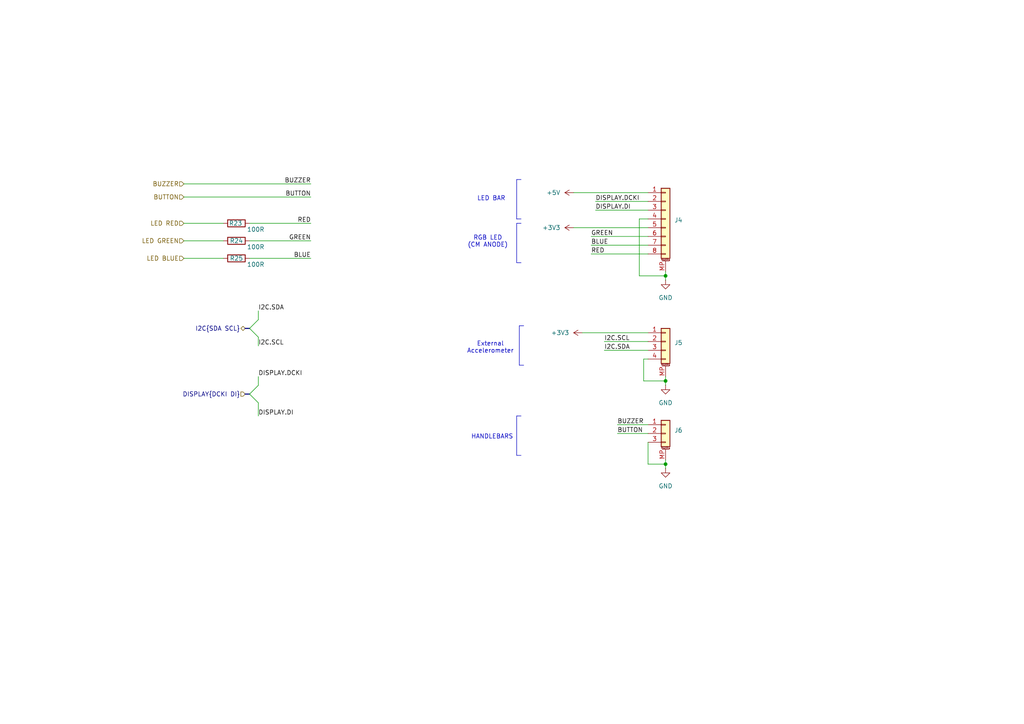
<source format=kicad_sch>
(kicad_sch (version 20250114) (generator "eeschema") (generator_version "9.0")
  (paper "A4")
  (title_block (title "Control Connector") (date "2024-12-15") (rev "1.0"))
  (lib_symbols
    (symbol "Connector_Generic_MountingPin:Conn_01x03_MountingPin" (pin_names (offset 1.016) (hide yes))
      (property "Reference" "J" (at 0 5.08 0))
      (property "Value" "Conn_01x03_MountingPin" (at 1.27 -5.08 0))
      (symbol "Conn_01x03_MountingPin_1_1"
        (rectangle (start -1.27 3.81) (end 1.27 -3.81) (stroke (width 0.254)) (fill (type background)))
        (rectangle (start -1.27 2.667) (end 0 2.413) (stroke (width 0.1524)))
        (rectangle (start -1.27 0.127) (end 0 -0.127) (stroke (width 0.1524)))
        (rectangle (start -1.27 -2.413) (end 0 -2.667) (stroke (width 0.1524)))
        (polyline (pts (xy -1.016 -4.572) (xy 1.016 -4.572)) (stroke (width 0.1524)))
        (text "Mounting" (at 0 -4.191 0) (effects (font (size 0.381 0.381))))
        (pin passive line (at -5.08 2.54 0) (length 3.81) (name "Pin_1") (number "1"))
        (pin passive line (at -5.08 0 0) (length 3.81) (name "Pin_2") (number "2"))
        (pin passive line (at -5.08 -2.54 0) (length 3.81) (name "Pin_3") (number "3"))
        (pin passive line (at 0 -7.62 90) (length 3.048) (name "MountPin") (number "MP"))
      )
    )
    (symbol "Connector_Generic_MountingPin:Conn_01x04_MountingPin" (pin_names (offset 1.016) (hide yes))
      (property "Reference" "J" (at 0 5.08 0))
      (property "Value" "Conn_01x04_MountingPin" (at 1.27 -7.62 0))
      (symbol "Conn_01x04_MountingPin_1_1"
        (rectangle (start -1.27 3.81) (end 1.27 -6.35) (stroke (width 0.254)) (fill (type background)))
        (rectangle (start -1.27 2.667) (end 0 2.413) (stroke (width 0.1524)))
        (rectangle (start -1.27 0.127) (end 0 -0.127) (stroke (width 0.1524)))
        (rectangle (start -1.27 -2.413) (end 0 -2.667) (stroke (width 0.1524)))
        (rectangle (start -1.27 -4.953) (end 0 -5.207) (stroke (width 0.1524)))
        (polyline (pts (xy -1.016 -7.112) (xy 1.016 -7.112)) (stroke (width 0.1524)))
        (text "Mounting" (at 0 -6.731 0) (effects (font (size 0.381 0.381))))
        (pin passive line (at -5.08 2.54 0) (length 3.81) (name "Pin_1") (number "1"))
        (pin passive line (at -5.08 0 0) (length 3.81) (name "Pin_2") (number "2"))
        (pin passive line (at -5.08 -2.54 0) (length 3.81) (name "Pin_3") (number "3"))
        (pin passive line (at -5.08 -5.08 0) (length 3.81) (name "Pin_4") (number "4"))
        (pin passive line (at 0 -10.16 90) (length 3.048) (name "MountPin") (number "MP"))
      )
    )
    (symbol "Connector_Generic_MountingPin:Conn_01x08_MountingPin" (pin_names (offset 1.016) (hide yes))
      (property "Reference" "J" (at 0 10.16 0))
      (property "Value" "Conn_01x08_MountingPin" (at 1.27 -12.7 0))
      (symbol "Conn_01x08_MountingPin_1_1"
        (rectangle (start -1.27 8.89) (end 1.27 -11.43) (stroke (width 0.254)) (fill (type background)))
        (rectangle (start -1.27 7.747) (end 0 7.493) (stroke (width 0.1524)))
        (rectangle (start -1.27 5.207) (end 0 4.953) (stroke (width 0.1524)))
        (rectangle (start -1.27 2.667) (end 0 2.413) (stroke (width 0.1524)))
        (rectangle (start -1.27 0.127) (end 0 -0.127) (stroke (width 0.1524)))
        (rectangle (start -1.27 -2.413) (end 0 -2.667) (stroke (width 0.1524)))
        (rectangle (start -1.27 -4.953) (end 0 -5.207) (stroke (width 0.1524)))
        (rectangle (start -1.27 -7.493) (end 0 -7.747) (stroke (width 0.1524)))
        (rectangle (start -1.27 -10.033) (end 0 -10.287) (stroke (width 0.1524)))
        (polyline (pts (xy -1.016 -12.192) (xy 1.016 -12.192)) (stroke (width 0.1524)))
        (text "Mounting" (at 0 -11.811 0) (effects (font (size 0.381 0.381))))
        (pin passive line (at -5.08 7.62 0) (length 3.81) (name "Pin_1") (number "1"))
        (pin passive line (at -5.08 5.08 0) (length 3.81) (name "Pin_2") (number "2"))
        (pin passive line (at -5.08 2.54 0) (length 3.81) (name "Pin_3") (number "3"))
        (pin passive line (at -5.08 0 0) (length 3.81) (name "Pin_4") (number "4"))
        (pin passive line (at -5.08 -2.54 0) (length 3.81) (name "Pin_5") (number "5"))
        (pin passive line (at -5.08 -5.08 0) (length 3.81) (name "Pin_6") (number "6"))
        (pin passive line (at -5.08 -7.62 0) (length 3.81) (name "Pin_7") (number "7"))
        (pin passive line (at -5.08 -10.16 0) (length 3.81) (name "Pin_8") (number "8"))
        (pin passive line (at 0 -15.24 90) (length 3.048) (name "MountPin") (number "MP"))
      )
    )
    (symbol "Device:R" (pin_numbers (hide yes)) (pin_names (offset 0))
      (property "Reference" "R" (at 2.032 0 90))
      (property "Value" "R" (at 0 0 90))
      (symbol "R_0_1"
        (rectangle (start -1.016 -2.54) (end 1.016 2.54) (stroke (width 0.254)))
      )
      (symbol "R_1_1"
        (pin passive line (at 0 3.81 270) (length 1.27) (name "~") (number "1"))
        (pin passive line (at 0 -3.81 90) (length 1.27) (name "~") (number "2"))
      )
    )
    (symbol "power:+3V3" (power) (pin_numbers (hide yes)) (pin_names (offset 0) (hide yes))
      (property "Value" "+3V3" (at 0 3.556 0))
      (symbol "+3V3_0_1"
        (polyline (pts (xy -0.762 1.27) (xy 0 2.54)))
        (polyline (pts (xy 0 2.54) (xy 0.762 1.27)))
        (polyline (pts (xy 0 0) (xy 0 2.54)))
      )
      (symbol "+3V3_1_1"
        (pin power_in line (at 0 0 90) (length 0) (name "~") (number "1"))
      )
    )
    (symbol "power:+5V" (power) (pin_numbers (hide yes)) (pin_names (offset 0) (hide yes))
      (property "Value" "+5V" (at 0 3.556 0))
      (symbol "+5V_0_1"
        (polyline (pts (xy -0.762 1.27) (xy 0 2.54)))
        (polyline (pts (xy 0 2.54) (xy 0.762 1.27)))
        (polyline (pts (xy 0 0) (xy 0 2.54)))
      )
      (symbol "+5V_1_1"
        (pin power_in line (at 0 0 90) (length 0) (name "~") (number "1"))
      )
    )
    (symbol "power:GND" (power) (pin_numbers (hide yes)) (pin_names (offset 0) (hide yes))
      (property "Value" "GND" (at 0 -3.81 0))
      (symbol "GND_0_1"
        (polyline (pts (xy 0 0) (xy 0 -1.27) (xy 1.27 -1.27) (xy 0 -2.54) (xy -1.27 -1.27) (xy 0 -1.27)))
      )
      (symbol "GND_1_1"
        (pin power_in line (at 0 0 270) (length 0) (name "~") (number "1"))
      )
    )
  )
  (text "RGB LED\n(CM ANODE)\n" (at 141.478 70.104 0) (effects (font (size 1.27 1.27))))
  (text "External\nAccelerometer" (at 142.24 100.838 0) (effects (font (size 1.27 1.27))))
  (text "HANDLEBARS" (at 142.748 126.746 0) (effects (font (size 1.27 1.27))))
  (text "LED BAR" (at 142.494 57.658 0) (effects (font (size 1.27 1.27))))
  (junction (at 193.04 110.49))
  (junction (at 193.04 80.01))
  (junction (at 193.04 134.62))
  (bus_entry (at 74.93 97.79) (size -2.54 -2.54))
  (bus_entry (at 72.39 114.3) (size 2.54 -2.54))
  (bus_entry (at 72.39 95.25) (size 2.54 -2.54))
  (bus_entry (at 74.93 116.84) (size -2.54 -2.54))
  (wire (pts (xy 168.91 96.52) (xy 187.96 96.52)))
  (wire (pts (xy 187.96 63.5) (xy 185.42 63.5)))
  (wire (pts (xy 187.96 134.62) (xy 193.04 134.62)))
  (wire (pts (xy 175.26 99.06) (xy 187.96 99.06)))
  (wire (pts (xy 74.93 97.79) (xy 74.93 100.33)))
  (wire (pts (xy 185.42 63.5) (xy 185.42 80.01)))
  (wire (pts (xy 74.93 90.17) (xy 74.93 92.71)))
  (wire (pts (xy 193.04 134.62) (xy 193.04 133.35)))
  (polyline (pts (xy 149.86 64.77) (xy 149.86 76.2)))
  (polyline (pts (xy 149.86 52.07) (xy 149.86 63.5)))
  (wire (pts (xy 53.34 69.85) (xy 64.77 69.85)))
  (polyline (pts (xy 151.892 94.488) (xy 150.622 94.488)))
  (wire (pts (xy 53.34 64.77) (xy 64.77 64.77)))
  (wire (pts (xy 193.04 110.49) (xy 193.04 109.22)))
  (wire (pts (xy 166.37 66.04) (xy 187.96 66.04)))
  (wire (pts (xy 171.45 68.58) (xy 187.96 68.58)))
  (polyline (pts (xy 151.13 52.07) (xy 149.86 52.07)))
  (wire (pts (xy 186.69 110.49) (xy 193.04 110.49)))
  (polyline (pts (xy 150.622 94.488) (xy 150.622 105.918)))
  (polyline (pts (xy 149.86 120.65) (xy 149.86 132.08)))
  (wire (pts (xy 72.39 69.85) (xy 90.17 69.85)))
  (wire (pts (xy 172.72 58.42) (xy 187.96 58.42)))
  (polyline (pts (xy 149.86 63.5) (xy 151.13 63.5)))
  (wire (pts (xy 186.69 104.14) (xy 186.69 110.49)))
  (wire (pts (xy 53.34 74.93) (xy 64.77 74.93)))
  (polyline (pts (xy 151.13 64.77) (xy 149.86 64.77)))
  (wire (pts (xy 187.96 128.27) (xy 187.96 134.62)))
  (wire (pts (xy 179.07 123.19) (xy 187.96 123.19)))
  (polyline (pts (xy 150.622 105.918) (xy 151.892 105.918)))
  (wire (pts (xy 193.04 111.76) (xy 193.04 110.49)))
  (wire (pts (xy 74.93 116.84) (xy 74.93 120.65)))
  (bus (pts (xy 71.12 114.3) (xy 72.39 114.3)))
  (wire (pts (xy 72.39 74.93) (xy 90.17 74.93)))
  (wire (pts (xy 193.04 135.89) (xy 193.04 134.62)))
  (polyline (pts (xy 151.13 120.65) (xy 149.86 120.65)))
  (wire (pts (xy 72.39 64.77) (xy 90.17 64.77)))
  (wire (pts (xy 166.37 55.88) (xy 187.96 55.88)))
  (polyline (pts (xy 149.86 76.2) (xy 151.13 76.2)))
  (wire (pts (xy 53.34 57.15) (xy 90.17 57.15)))
  (polyline (pts (xy 149.86 63.5) (xy 149.86 63.5)))
  (wire (pts (xy 171.45 71.12) (xy 187.96 71.12)))
  (wire (pts (xy 179.07 125.73) (xy 187.96 125.73)))
  (wire (pts (xy 53.34 53.34) (xy 90.17 53.34)))
  (wire (pts (xy 193.04 80.01) (xy 193.04 78.74)))
  (wire (pts (xy 171.45 73.66) (xy 187.96 73.66)))
  (wire (pts (xy 185.42 80.01) (xy 193.04 80.01)))
  (polyline (pts (xy 149.86 132.08) (xy 151.13 132.08)))
  (wire (pts (xy 187.96 104.14) (xy 186.69 104.14)))
  (wire (pts (xy 193.04 81.28) (xy 193.04 80.01)))
  (wire (pts (xy 74.93 109.22) (xy 74.93 111.76)))
  (wire (pts (xy 172.72 60.96) (xy 187.96 60.96)))
  (wire (pts (xy 175.26 101.6) (xy 187.96 101.6)))
  (bus (pts (xy 71.12 95.25) (xy 72.39 95.25)))
  (label "BLUE" (at 90.17 74.93 180))
  (label "BUTTON" (at 90.17 57.15 180))
  (label "DISPLAY.DI" (at 74.93 120.65 0))
  (label "DISPLAY.DCKI" (at 74.93 109.22 0))
  (label "BUTTON" (at 179.07 125.73 0))
  (label "RED" (at 90.17 64.77 180))
  (label "BLUE" (at 171.45 71.12 0))
  (label "I2C.SDA" (at 74.93 90.17 0))
  (label "BUZZER" (at 179.07 123.19 0))
  (label "GREEN" (at 90.17 69.85 180))
  (label "DISPLAY.DCKI" (at 172.72 58.42 0))
  (label "DISPLAY.DI" (at 172.72 60.96 0))
  (label "I2C.SCL" (at 74.93 100.33 0))
  (label "I2C.SCL" (at 175.26 99.06 0))
  (label "I2C.SDA" (at 175.26 101.6 0))
  (label "RED" (at 171.45 73.66 0))
  (label "GREEN" (at 171.45 68.58 0))
  (label "BUZZER" (at 90.17 53.34 180))
  (hierarchical_label "DISPLAY{DCKI DI}" (shape input) (at 71.12 114.3 180))
  (hierarchical_label "LED BLUE" (shape input) (at 53.34 74.93 180))
  (hierarchical_label "BUTTON" (shape input) (at 53.34 57.15 180))
  (hierarchical_label "BUZZER" (shape input) (at 53.34 53.34 180))
  (hierarchical_label "LED GREEN" (shape input) (at 53.34 69.85 180))
  (hierarchical_label "I2C{SDA SCL}" (shape bidirectional) (at 71.12 95.25 180))
  (hierarchical_label "LED RED" (shape input) (at 53.34 64.77 180))
  (symbol (lib_id "Device:R") (at 68.58 64.77 90) (unit 1)
    (property "Reference" "R23" (at 68.326 64.77 90))
    (property "Value" "100R" (at 74.168 66.548 90))
    (property "Footprint" "Resistor_SMD:R_0805_2012Metric_Pad1.20x1.40mm_HandSolder" (effects (hide yes)))
    (property "Description" "Resistor" (effects (hide yes)))
  )
  (symbol (lib_id "power:+3V3") (at 168.91 96.52 90) (unit 1)
    (property "Reference" "#PWR024" (effects (hide yes)))
    (property "Value" "+3V3" (at 165.1 96.5199 90) (effects (justify left)))
    (property "Description" "Power symbol creates a global label with name \"+3V3\"" (effects (hide yes)))
  )
  (symbol (lib_id "Device:R") (at 68.58 69.85 90) (unit 1)
    (property "Reference" "R24" (at 68.58 69.85 90))
    (property "Value" "100R" (at 74.168 71.628 90))
    (property "Footprint" "Resistor_SMD:R_0805_2012Metric_Pad1.20x1.40mm_HandSolder" (effects (hide yes)))
    (property "Description" "Resistor" (effects (hide yes)))
  )
  (symbol (lib_id "Connector_Generic_MountingPin:Conn_01x08_MountingPin") (at 193.04 63.5 0) (unit 1)
    (property "Reference" "J4" (at 195.58 63.8555 0) (effects (justify left)))
    (property "Value" "Conn_01x08_MountingPin" (effects (hide yes)))
    (property "Footprint" "Connector_Molex:Molex_CLIK-Mate_502494-0870_1x08-1MP_P2.00mm_Horizontal" (effects (hide yes)))
    (property "Description" "Generic connectable mounting pin connector, single row, 01x08, script generated (kicad-library-utils/schlib/autogen/connector/)" (effects (hide yes)))
  )
  (symbol (lib_id "power:GND") (at 193.04 111.76 0) (unit 1)
    (property "Reference" "#PWR027" (effects (hide yes)))
    (property "Value" "GND" (at 193.04 116.84 0))
    (property "Description" "Power symbol creates a global label with name \"GND\" , ground" (effects (hide yes)))
  )
  (symbol (lib_id "power:GND") (at 193.04 81.28 0) (unit 1)
    (property "Reference" "#PWR026" (effects (hide yes)))
    (property "Value" "GND" (at 193.04 86.36 0))
    (property "Description" "Power symbol creates a global label with name \"GND\" , ground" (effects (hide yes)))
  )
  (symbol (lib_id "Connector_Generic_MountingPin:Conn_01x03_MountingPin") (at 193.04 125.73 0) (unit 1)
    (property "Reference" "J6" (at 195.58 124.8155 0) (effects (justify left)))
    (property "Value" "Conn_01x03_MountingPin" (effects (hide yes)))
    (property "Footprint" "Connector_Molex:Molex_CLIK-Mate_502494-0370_1x03-1MP_P2.00mm_Horizontal" (effects (hide yes)))
    (property "Description" "Generic connectable mounting pin connector, single row, 01x03, script generated (kicad-library-utils/schlib/autogen/connector/)" (effects (hide yes)))
  )
  (symbol (lib_id "Device:R") (at 68.58 74.93 90) (unit 1)
    (property "Reference" "R25" (at 68.58 74.93 90))
    (property "Value" "100R" (at 74.168 76.708 90))
    (property "Footprint" "Resistor_SMD:R_0805_2012Metric_Pad1.20x1.40mm_HandSolder" (effects (hide yes)))
    (property "Description" "Resistor" (effects (hide yes)))
  )
  (symbol (lib_id "Connector_Generic_MountingPin:Conn_01x04_MountingPin") (at 193.04 99.06 0) (unit 1)
    (property "Reference" "J5" (at 195.58 99.4155 0) (effects (justify left)))
    (property "Value" "Conn_01x04_MountingPin" (effects (hide yes)))
    (property "Footprint" "Connector_Molex:Molex_CLIK-Mate_502494-0470_1x04-1MP_P2.00mm_Horizontal" (effects (hide yes)))
    (property "Description" "Generic connectable mounting pin connector, single row, 01x04, script generated (kicad-library-utils/schlib/autogen/connector/)" (effects (hide yes)))
  )
  (symbol (lib_id "power:GND") (at 193.04 135.89 0) (unit 1)
    (property "Reference" "#PWR028" (effects (hide yes)))
    (property "Value" "GND" (at 193.04 140.97 0))
    (property "Description" "Power symbol creates a global label with name \"GND\" , ground" (effects (hide yes)))
  )
  (symbol (lib_id "power:+5V") (at 166.37 55.88 90) (unit 1)
    (property "Reference" "#PWR025" (effects (hide yes)))
    (property "Value" "+5V" (at 162.56 55.8799 90) (effects (justify left)))
    (property "Description" "Power symbol creates a global label with name \"+5V\"" (effects (hide yes)))
  )
  (symbol (lib_id "power:+3V3") (at 166.37 66.04 90) (unit 1)
    (property "Reference" "#PWR023" (effects (hide yes)))
    (property "Value" "+3V3" (at 162.56 66.0399 90) (effects (justify left)))
    (property "Description" "Power symbol creates a global label with name \"+3V3\"" (effects (hide yes)))
  )
)
</source>
